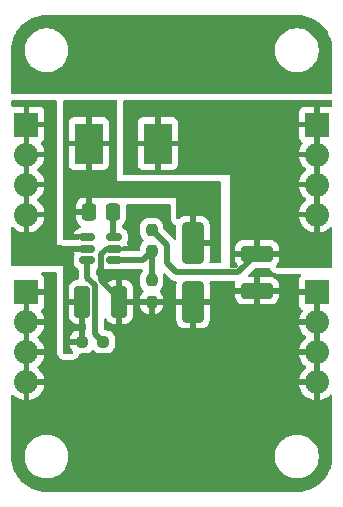
<source format=gbr>
%TF.GenerationSoftware,KiCad,Pcbnew,8.0.0*%
%TF.CreationDate,2024-03-22T10:14:47-04:00*%
%TF.ProjectId,lgs5145_dcdc,6c677335-3134-4355-9f64-6364632e6b69,rev?*%
%TF.SameCoordinates,PX74a2660PY490d2c0*%
%TF.FileFunction,Copper,L2,Bot*%
%TF.FilePolarity,Positive*%
%FSLAX46Y46*%
G04 Gerber Fmt 4.6, Leading zero omitted, Abs format (unit mm)*
G04 Created by KiCad (PCBNEW 8.0.0) date 2024-03-22 10:14:47*
%MOMM*%
%LPD*%
G01*
G04 APERTURE LIST*
G04 Aperture macros list*
%AMRoundRect*
0 Rectangle with rounded corners*
0 $1 Rounding radius*
0 $2 $3 $4 $5 $6 $7 $8 $9 X,Y pos of 4 corners*
0 Add a 4 corners polygon primitive as box body*
4,1,4,$2,$3,$4,$5,$6,$7,$8,$9,$2,$3,0*
0 Add four circle primitives for the rounded corners*
1,1,$1+$1,$2,$3*
1,1,$1+$1,$4,$5*
1,1,$1+$1,$6,$7*
1,1,$1+$1,$8,$9*
0 Add four rect primitives between the rounded corners*
20,1,$1+$1,$2,$3,$4,$5,0*
20,1,$1+$1,$4,$5,$6,$7,0*
20,1,$1+$1,$6,$7,$8,$9,0*
20,1,$1+$1,$8,$9,$2,$3,0*%
G04 Aperture macros list end*
%TA.AperFunction,SMDPad,CuDef*%
%ADD10RoundRect,0.250000X0.337500X0.475000X-0.337500X0.475000X-0.337500X-0.475000X0.337500X-0.475000X0*%
%TD*%
%TA.AperFunction,SMDPad,CuDef*%
%ADD11RoundRect,0.150000X0.512500X0.150000X-0.512500X0.150000X-0.512500X-0.150000X0.512500X-0.150000X0*%
%TD*%
%TA.AperFunction,SMDPad,CuDef*%
%ADD12RoundRect,0.237500X-0.237500X0.250000X-0.237500X-0.250000X0.237500X-0.250000X0.237500X0.250000X0*%
%TD*%
%TA.AperFunction,SMDPad,CuDef*%
%ADD13RoundRect,0.237500X-0.250000X-0.237500X0.250000X-0.237500X0.250000X0.237500X-0.250000X0.237500X0*%
%TD*%
%TA.AperFunction,SMDPad,CuDef*%
%ADD14R,2.413000X3.429000*%
%TD*%
%TA.AperFunction,ComponentPad*%
%ADD15R,2.040000X2.040000*%
%TD*%
%TA.AperFunction,ComponentPad*%
%ADD16O,2.040000X2.040000*%
%TD*%
%TA.AperFunction,SMDPad,CuDef*%
%ADD17RoundRect,0.250000X-0.650000X1.500000X-0.650000X-1.500000X0.650000X-1.500000X0.650000X1.500000X0*%
%TD*%
%TA.AperFunction,SMDPad,CuDef*%
%ADD18RoundRect,0.250000X-1.100000X0.412500X-1.100000X-0.412500X1.100000X-0.412500X1.100000X0.412500X0*%
%TD*%
%TA.AperFunction,SMDPad,CuDef*%
%ADD19RoundRect,0.250000X-0.412500X-1.100000X0.412500X-1.100000X0.412500X1.100000X-0.412500X1.100000X0*%
%TD*%
%TA.AperFunction,Conductor*%
%ADD20C,0.500000*%
%TD*%
G04 APERTURE END LIST*
D10*
%TO.P,C2,1*%
%TO.N,Net-(U1-BST)*%
X10137500Y-18200000D03*
%TO.P,C2,2*%
%TO.N,Net-(D1-K)*%
X8062500Y-18200000D03*
%TD*%
D11*
%TO.P,U1,1,BST*%
%TO.N,Net-(U1-BST)*%
X10237498Y-20350000D03*
%TO.P,U1,2,GND*%
%TO.N,GND*%
X10237498Y-21300000D03*
%TO.P,U1,3,FB*%
%TO.N,Net-(U1-FB)*%
X10237498Y-22250000D03*
%TO.P,U1,4,EN*%
%TO.N,Net-(U1-EN)*%
X7962498Y-22250000D03*
%TO.P,U1,5,Vin*%
%TO.N,VCC*%
X7962498Y-21300000D03*
%TO.P,U1,6,SW*%
%TO.N,Net-(D1-K)*%
X7962498Y-20350000D03*
%TD*%
D12*
%TO.P,R3,1*%
%TO.N,Net-(U1-FB)*%
X13400000Y-23987500D03*
%TO.P,R3,2*%
%TO.N,GND*%
X13400000Y-25812500D03*
%TD*%
%TO.P,R2,1*%
%TO.N,+5V*%
X13400000Y-19687500D03*
%TO.P,R2,2*%
%TO.N,Net-(U1-FB)*%
X13400000Y-21512500D03*
%TD*%
D13*
%TO.P,R1,2*%
%TO.N,Net-(U1-EN)*%
X9312498Y-29200000D03*
%TO.P,R1,1*%
%TO.N,VCC*%
X7487498Y-29200000D03*
%TD*%
D14*
%TO.P,L1,1,1*%
%TO.N,Net-(D1-K)*%
X8079000Y-12400000D03*
%TO.P,L1,2,2*%
%TO.N,+5V*%
X13921000Y-12400000D03*
%TD*%
D15*
%TO.P,J4,1,Pin_1*%
%TO.N,+5V*%
X27400000Y-10790000D03*
D16*
%TO.P,J4,2,Pin_2*%
X27400000Y-13330000D03*
%TO.P,J4,3,Pin_3*%
X27400000Y-15870000D03*
%TO.P,J4,4,Pin_4*%
X27400000Y-18410000D03*
%TD*%
D15*
%TO.P,J3,1,Pin_1*%
%TO.N,GND*%
X27400000Y-24990000D03*
D16*
%TO.P,J3,2,Pin_2*%
X27400000Y-27530000D03*
%TO.P,J3,3,Pin_3*%
X27400000Y-30070000D03*
%TO.P,J3,4,Pin_4*%
X27400000Y-32610000D03*
%TD*%
%TO.P,J2,4,Pin_4*%
%TO.N,GND*%
X2800000Y-32610000D03*
%TO.P,J2,3,Pin_3*%
X2800000Y-30070000D03*
%TO.P,J2,2,Pin_2*%
X2800000Y-27530000D03*
D15*
%TO.P,J2,1,Pin_1*%
X2800000Y-24990000D03*
%TD*%
%TO.P,J1,1,Pin_1*%
%TO.N,VCC*%
X2800000Y-10790000D03*
D16*
%TO.P,J1,2,Pin_2*%
X2800000Y-13330000D03*
%TO.P,J1,3,Pin_3*%
X2800000Y-15870000D03*
%TO.P,J1,4,Pin_4*%
X2800000Y-18410000D03*
%TD*%
D17*
%TO.P,D1,1,K*%
%TO.N,Net-(D1-K)*%
X16900000Y-20800000D03*
%TO.P,D1,2,A*%
%TO.N,GND*%
X16900000Y-25800000D03*
%TD*%
D18*
%TO.P,C3,1*%
%TO.N,+5V*%
X22300000Y-21737500D03*
%TO.P,C3,2*%
%TO.N,GND*%
X22300000Y-24862500D03*
%TD*%
D19*
%TO.P,C1,2*%
%TO.N,GND*%
X10662498Y-25800000D03*
%TO.P,C1,1*%
%TO.N,VCC*%
X7537498Y-25800000D03*
%TD*%
D20*
%TO.N,VCC*%
X7962498Y-21300000D02*
X5400000Y-21300000D01*
%TO.N,Net-(U1-BST)*%
X10137500Y-18200000D02*
X10137500Y-20250002D01*
X10137500Y-20250002D02*
X10237498Y-20350000D01*
%TO.N,GND*%
X10237498Y-21300000D02*
X9574999Y-21300000D01*
X9574999Y-21300000D02*
X9100000Y-21774999D01*
X9100000Y-21774999D02*
X9100000Y-23966619D01*
X9100000Y-23966619D02*
X10662498Y-25529117D01*
X10662498Y-25529117D02*
X10662498Y-25800000D01*
%TO.N,Net-(U1-EN)*%
X7962498Y-22250000D02*
X7962498Y-23762498D01*
X7962498Y-23762498D02*
X8609998Y-24409998D01*
X8609998Y-28497500D02*
X9312498Y-29200000D01*
X8609998Y-24409998D02*
X8609998Y-28497500D01*
%TO.N,Net-(U1-FB)*%
X13400000Y-21512500D02*
X13400000Y-23987500D01*
X10237498Y-22250000D02*
X12662500Y-22250000D01*
X12662500Y-22250000D02*
X13400000Y-21512500D01*
%TO.N,+5V*%
X13400000Y-19687500D02*
X14700000Y-20987500D01*
X14700000Y-20987500D02*
X14700000Y-22500000D01*
X14700000Y-22500000D02*
X15500000Y-23300000D01*
X15500000Y-23300000D02*
X20737500Y-23300000D01*
X20737500Y-23300000D02*
X22300000Y-21737500D01*
%TD*%
%TA.AperFunction,Conductor*%
%TO.N,VCC*%
G36*
X5337539Y-8725185D02*
G01*
X5383294Y-8777989D01*
X5394500Y-8829500D01*
X5394500Y-20425507D01*
X5399289Y-20470041D01*
X5400000Y-20483297D01*
X5400000Y-21000000D01*
X5755076Y-21000000D01*
X5806589Y-21011206D01*
X5814541Y-21014838D01*
X5881580Y-21034523D01*
X5881584Y-21034524D01*
X6024000Y-21055000D01*
X7076638Y-21055000D01*
X7139758Y-21072267D01*
X7189600Y-21101744D01*
X7231222Y-21113836D01*
X7347424Y-21147597D01*
X7347427Y-21147597D01*
X7347429Y-21147598D01*
X7384304Y-21150500D01*
X7384312Y-21150500D01*
X8088498Y-21150500D01*
X8155537Y-21170185D01*
X8200000Y-21221497D01*
X8200000Y-21368063D01*
X8192813Y-21392539D01*
X8140009Y-21438294D01*
X8088498Y-21449500D01*
X7384296Y-21449500D01*
X7347430Y-21452401D01*
X7347424Y-21452402D01*
X7189604Y-21498254D01*
X7189601Y-21498255D01*
X7131304Y-21532732D01*
X7068183Y-21550000D01*
X6802703Y-21550000D01*
X6802702Y-21550001D01*
X6802897Y-21552488D01*
X6802898Y-21552494D01*
X6848714Y-21710193D01*
X6848718Y-21710203D01*
X6849425Y-21711398D01*
X6849693Y-21712454D01*
X6851814Y-21717356D01*
X6851022Y-21717698D01*
X6866601Y-21779123D01*
X6850991Y-21832284D01*
X6851353Y-21832441D01*
X6850085Y-21835369D01*
X6849425Y-21837620D01*
X6848257Y-21839594D01*
X6848252Y-21839607D01*
X6802400Y-21997426D01*
X6802399Y-21997432D01*
X6799498Y-22034298D01*
X6799498Y-22465701D01*
X6802399Y-22502567D01*
X6802400Y-22502573D01*
X6848252Y-22660393D01*
X6848253Y-22660396D01*
X6931915Y-22801862D01*
X6931921Y-22801870D01*
X7048127Y-22918076D01*
X7048131Y-22918079D01*
X7048133Y-22918081D01*
X7048136Y-22918082D01*
X7048139Y-22918085D01*
X7151118Y-22978986D01*
X7198802Y-23030054D01*
X7211998Y-23085718D01*
X7211998Y-23826000D01*
X7192313Y-23893039D01*
X7139509Y-23938794D01*
X7088006Y-23950000D01*
X7075030Y-23950000D01*
X7075010Y-23950001D01*
X6972300Y-23960494D01*
X6805878Y-24015641D01*
X6805873Y-24015643D01*
X6656652Y-24107684D01*
X6532682Y-24231654D01*
X6440641Y-24380875D01*
X6440639Y-24380880D01*
X6385492Y-24547302D01*
X6385491Y-24547309D01*
X6374998Y-24650013D01*
X6374998Y-25550000D01*
X7663498Y-25550000D01*
X7730537Y-25569685D01*
X7776292Y-25622489D01*
X7787498Y-25674000D01*
X7787498Y-27649999D01*
X7823179Y-27685680D01*
X7856664Y-27747003D01*
X7859498Y-27773361D01*
X7859498Y-28101000D01*
X7839813Y-28168039D01*
X7787009Y-28213794D01*
X7738054Y-28224443D01*
X7737498Y-28225000D01*
X7737498Y-29326000D01*
X7717813Y-29393039D01*
X7665009Y-29438794D01*
X7613498Y-29450000D01*
X6499999Y-29450000D01*
X6499999Y-29486654D01*
X6510317Y-29587652D01*
X6564544Y-29751300D01*
X6564549Y-29751311D01*
X6655050Y-29898034D01*
X6655053Y-29898038D01*
X6745334Y-29988319D01*
X6778819Y-30049642D01*
X6773835Y-30119334D01*
X6731963Y-30175267D01*
X6666499Y-30199684D01*
X6657653Y-30200000D01*
X6024000Y-30200000D01*
X5956961Y-30180315D01*
X5911206Y-30127511D01*
X5900000Y-30076000D01*
X5900000Y-28950000D01*
X6499998Y-28950000D01*
X7237498Y-28950000D01*
X7237498Y-28225000D01*
X7237497Y-28224999D01*
X7188359Y-28225000D01*
X7188341Y-28225001D01*
X7087345Y-28235319D01*
X6923697Y-28289546D01*
X6923686Y-28289551D01*
X6776963Y-28380052D01*
X6776959Y-28380055D01*
X6655053Y-28501961D01*
X6655050Y-28501965D01*
X6564549Y-28648688D01*
X6564544Y-28648699D01*
X6510317Y-28812347D01*
X6499998Y-28913345D01*
X6499998Y-28950000D01*
X5900000Y-28950000D01*
X5900000Y-26050000D01*
X6374999Y-26050000D01*
X6374999Y-26949986D01*
X6385492Y-27052697D01*
X6440639Y-27219119D01*
X6440641Y-27219124D01*
X6532682Y-27368345D01*
X6656652Y-27492315D01*
X6805873Y-27584356D01*
X6805878Y-27584358D01*
X6972300Y-27639505D01*
X6972307Y-27639506D01*
X7075017Y-27649999D01*
X7287497Y-27649999D01*
X7287498Y-27649998D01*
X7287498Y-26050000D01*
X6374999Y-26050000D01*
X5900000Y-26050000D01*
X5900000Y-22800000D01*
X1624500Y-22800000D01*
X1557461Y-22780315D01*
X1511706Y-22727511D01*
X1500500Y-22676000D01*
X1500500Y-19565046D01*
X1520185Y-19498007D01*
X1572989Y-19452252D01*
X1642147Y-19442308D01*
X1705703Y-19471333D01*
X1718793Y-19484518D01*
X1721873Y-19488125D01*
X1903801Y-19643506D01*
X1903806Y-19643510D01*
X2107800Y-19768518D01*
X2328843Y-19860076D01*
X2549999Y-19913170D01*
X2550000Y-19913170D01*
X2550000Y-18843012D01*
X2607007Y-18875925D01*
X2734174Y-18910000D01*
X2865826Y-18910000D01*
X2992993Y-18875925D01*
X3050000Y-18843012D01*
X3050000Y-19913170D01*
X3271156Y-19860076D01*
X3492199Y-19768518D01*
X3696193Y-19643510D01*
X3696198Y-19643506D01*
X3878125Y-19488125D01*
X4033506Y-19306198D01*
X4033510Y-19306193D01*
X4158518Y-19102199D01*
X4250075Y-18881160D01*
X4303171Y-18660000D01*
X3233012Y-18660000D01*
X3265925Y-18602993D01*
X3300000Y-18475826D01*
X3300000Y-18344174D01*
X3265925Y-18217007D01*
X3233012Y-18160000D01*
X4303171Y-18160000D01*
X4303170Y-18159999D01*
X4250075Y-17938839D01*
X4158518Y-17717800D01*
X4033510Y-17513806D01*
X4033506Y-17513801D01*
X3878123Y-17331871D01*
X3763870Y-17234290D01*
X3725676Y-17175784D01*
X3725177Y-17105916D01*
X3762531Y-17046869D01*
X3763870Y-17045710D01*
X3878123Y-16948128D01*
X4033506Y-16766198D01*
X4033510Y-16766193D01*
X4158518Y-16562199D01*
X4250075Y-16341160D01*
X4303171Y-16120000D01*
X3233012Y-16120000D01*
X3265925Y-16062993D01*
X3300000Y-15935826D01*
X3300000Y-15804174D01*
X3265925Y-15677007D01*
X3233012Y-15620000D01*
X4303171Y-15620000D01*
X4303170Y-15619999D01*
X4250075Y-15398839D01*
X4158518Y-15177800D01*
X4033510Y-14973806D01*
X4033506Y-14973801D01*
X3878123Y-14791871D01*
X3763870Y-14694290D01*
X3725676Y-14635784D01*
X3725177Y-14565916D01*
X3762531Y-14506869D01*
X3763870Y-14505710D01*
X3878123Y-14408128D01*
X4033506Y-14226198D01*
X4033510Y-14226193D01*
X4158518Y-14022199D01*
X4250075Y-13801160D01*
X4303171Y-13580000D01*
X3233012Y-13580000D01*
X3265925Y-13522993D01*
X3300000Y-13395826D01*
X3300000Y-13264174D01*
X3265925Y-13137007D01*
X3233012Y-13080000D01*
X4303171Y-13080000D01*
X4303170Y-13079999D01*
X4250075Y-12858839D01*
X4158518Y-12637800D01*
X4033511Y-12433809D01*
X4030648Y-12429868D01*
X4032592Y-12428455D01*
X4007981Y-12373789D01*
X4018296Y-12304685D01*
X4056501Y-12257535D01*
X4177191Y-12167186D01*
X4263350Y-12052093D01*
X4263354Y-12052086D01*
X4313596Y-11917379D01*
X4313598Y-11917372D01*
X4319999Y-11857844D01*
X4320000Y-11857827D01*
X4320000Y-11040000D01*
X3233012Y-11040000D01*
X3265925Y-10982993D01*
X3300000Y-10855826D01*
X3300000Y-10724174D01*
X3265925Y-10597007D01*
X3233012Y-10540000D01*
X4320000Y-10540000D01*
X4320000Y-9722172D01*
X4319999Y-9722155D01*
X4313598Y-9662627D01*
X4313596Y-9662620D01*
X4263354Y-9527913D01*
X4263350Y-9527906D01*
X4177190Y-9412812D01*
X4177187Y-9412809D01*
X4062093Y-9326649D01*
X4062086Y-9326645D01*
X3927379Y-9276403D01*
X3927372Y-9276401D01*
X3867844Y-9270000D01*
X3050000Y-9270000D01*
X3050000Y-10356988D01*
X2992993Y-10324075D01*
X2865826Y-10290000D01*
X2734174Y-10290000D01*
X2607007Y-10324075D01*
X2550000Y-10356988D01*
X2550000Y-9270000D01*
X1732155Y-9270000D01*
X1672627Y-9276401D01*
X1672615Y-9276404D01*
X1667827Y-9278190D01*
X1598135Y-9283171D01*
X1536814Y-9249682D01*
X1503332Y-9188357D01*
X1500500Y-9162006D01*
X1500500Y-8829500D01*
X1520185Y-8762461D01*
X1572989Y-8716706D01*
X1624500Y-8705500D01*
X5270500Y-8705500D01*
X5337539Y-8725185D01*
G37*
%TD.AperFunction*%
%TA.AperFunction,Conductor*%
G36*
X3050000Y-17976988D02*
G01*
X2992993Y-17944075D01*
X2865826Y-17910000D01*
X2734174Y-17910000D01*
X2607007Y-17944075D01*
X2550000Y-17976988D01*
X2550000Y-16303012D01*
X2607007Y-16335925D01*
X2734174Y-16370000D01*
X2865826Y-16370000D01*
X2992993Y-16335925D01*
X3050000Y-16303012D01*
X3050000Y-17976988D01*
G37*
%TD.AperFunction*%
%TA.AperFunction,Conductor*%
G36*
X3050000Y-15436988D02*
G01*
X2992993Y-15404075D01*
X2865826Y-15370000D01*
X2734174Y-15370000D01*
X2607007Y-15404075D01*
X2550000Y-15436988D01*
X2550000Y-13763012D01*
X2607007Y-13795925D01*
X2734174Y-13830000D01*
X2865826Y-13830000D01*
X2992993Y-13795925D01*
X3050000Y-13763012D01*
X3050000Y-15436988D01*
G37*
%TD.AperFunction*%
%TA.AperFunction,Conductor*%
G36*
X3050000Y-12896988D02*
G01*
X2992993Y-12864075D01*
X2865826Y-12830000D01*
X2734174Y-12830000D01*
X2607007Y-12864075D01*
X2550000Y-12896988D01*
X2550000Y-11223012D01*
X2607007Y-11255925D01*
X2734174Y-11290000D01*
X2865826Y-11290000D01*
X2992993Y-11255925D01*
X3050000Y-11223012D01*
X3050000Y-12896988D01*
G37*
%TD.AperFunction*%
%TD*%
%TA.AperFunction,Conductor*%
%TO.N,Net-(D1-K)*%
G36*
X10443039Y-8719685D02*
G01*
X10488794Y-8772489D01*
X10500000Y-8824000D01*
X10500000Y-15600000D01*
X19176000Y-15600000D01*
X19243039Y-15619685D01*
X19288794Y-15672489D01*
X19300000Y-15724000D01*
X19300000Y-22425500D01*
X19280315Y-22492539D01*
X19227511Y-22538294D01*
X19176000Y-22549500D01*
X18416930Y-22549500D01*
X18349891Y-22529815D01*
X18304136Y-22477011D01*
X18293572Y-22412897D01*
X18299999Y-22349986D01*
X18300000Y-22349973D01*
X18300000Y-21050000D01*
X16774000Y-21050000D01*
X16706961Y-21030315D01*
X16661206Y-20977511D01*
X16650000Y-20926000D01*
X16650000Y-18550000D01*
X17150000Y-18550000D01*
X17150000Y-20550000D01*
X18299999Y-20550000D01*
X18299999Y-19250028D01*
X18299998Y-19250013D01*
X18289505Y-19147302D01*
X18234358Y-18980880D01*
X18234356Y-18980875D01*
X18142315Y-18831654D01*
X18018345Y-18707684D01*
X17869124Y-18615643D01*
X17869119Y-18615641D01*
X17702697Y-18560494D01*
X17702690Y-18560493D01*
X17599986Y-18550000D01*
X17150000Y-18550000D01*
X16650000Y-18550000D01*
X16200028Y-18550000D01*
X16200012Y-18550001D01*
X16097302Y-18560494D01*
X15930880Y-18615641D01*
X15930875Y-18615643D01*
X15781654Y-18707684D01*
X15711681Y-18777658D01*
X15650358Y-18811143D01*
X15580666Y-18806159D01*
X15524733Y-18764287D01*
X15500316Y-18698823D01*
X15500000Y-18689977D01*
X15500000Y-17000000D01*
X10693070Y-17000000D01*
X10654067Y-16993706D01*
X10627801Y-16985002D01*
X10627798Y-16985001D01*
X10627797Y-16985001D01*
X10627793Y-16985000D01*
X10627790Y-16985000D01*
X10525010Y-16974500D01*
X9749998Y-16974500D01*
X9749980Y-16974501D01*
X9647203Y-16985000D01*
X9626982Y-16991701D01*
X9620932Y-16993706D01*
X9581929Y-17000000D01*
X8616484Y-17000000D01*
X8577482Y-16993707D01*
X8552695Y-16985493D01*
X8449986Y-16975000D01*
X8312500Y-16975000D01*
X8312500Y-18326000D01*
X8292815Y-18393039D01*
X8240011Y-18438794D01*
X8188500Y-18450000D01*
X6975001Y-18450000D01*
X6975001Y-18724986D01*
X6985494Y-18827697D01*
X7040641Y-18994119D01*
X7040643Y-18994124D01*
X7132684Y-19143345D01*
X7256654Y-19267315D01*
X7362707Y-19332729D01*
X7409431Y-19384677D01*
X7420654Y-19453640D01*
X7392810Y-19517722D01*
X7334742Y-19556578D01*
X7332206Y-19557344D01*
X7189802Y-19598716D01*
X7189801Y-19598717D01*
X7048445Y-19682314D01*
X7048436Y-19682321D01*
X6932319Y-19798438D01*
X6932312Y-19798447D01*
X6848716Y-19939801D01*
X6802897Y-20097513D01*
X6802702Y-20099998D01*
X6802703Y-20100000D01*
X8088498Y-20100000D01*
X8155537Y-20119685D01*
X8201292Y-20172489D01*
X8212498Y-20224000D01*
X8212498Y-20375500D01*
X8192813Y-20442539D01*
X8140009Y-20488294D01*
X8088498Y-20499500D01*
X7384296Y-20499500D01*
X7347430Y-20502401D01*
X7347424Y-20502402D01*
X7202265Y-20544576D01*
X7167670Y-20549500D01*
X6024000Y-20549500D01*
X5956961Y-20529815D01*
X5911206Y-20477011D01*
X5900000Y-20425500D01*
X5900000Y-17950000D01*
X6975000Y-17950000D01*
X7812500Y-17950000D01*
X7812500Y-16975000D01*
X7675027Y-16975000D01*
X7675012Y-16975001D01*
X7572302Y-16985494D01*
X7405880Y-17040641D01*
X7405875Y-17040643D01*
X7256654Y-17132684D01*
X7132684Y-17256654D01*
X7040643Y-17405875D01*
X7040641Y-17405880D01*
X6985494Y-17572302D01*
X6985493Y-17572309D01*
X6975000Y-17675013D01*
X6975000Y-17950000D01*
X5900000Y-17950000D01*
X5900000Y-12650000D01*
X6372500Y-12650000D01*
X6372500Y-14162344D01*
X6378901Y-14221872D01*
X6378903Y-14221879D01*
X6429145Y-14356586D01*
X6429149Y-14356593D01*
X6515309Y-14471687D01*
X6515312Y-14471690D01*
X6630406Y-14557850D01*
X6630413Y-14557854D01*
X6765120Y-14608096D01*
X6765127Y-14608098D01*
X6824655Y-14614499D01*
X6824672Y-14614500D01*
X7829000Y-14614500D01*
X7829000Y-12650000D01*
X8329000Y-12650000D01*
X8329000Y-14614500D01*
X9333328Y-14614500D01*
X9333344Y-14614499D01*
X9392872Y-14608098D01*
X9392879Y-14608096D01*
X9527586Y-14557854D01*
X9527593Y-14557850D01*
X9642687Y-14471690D01*
X9642690Y-14471687D01*
X9728850Y-14356593D01*
X9728854Y-14356586D01*
X9779096Y-14221879D01*
X9779098Y-14221872D01*
X9785499Y-14162344D01*
X9785500Y-14162327D01*
X9785500Y-12650000D01*
X8329000Y-12650000D01*
X7829000Y-12650000D01*
X6372500Y-12650000D01*
X5900000Y-12650000D01*
X5900000Y-12150000D01*
X6372500Y-12150000D01*
X7829000Y-12150000D01*
X7829000Y-10185500D01*
X8329000Y-10185500D01*
X8329000Y-12150000D01*
X9785500Y-12150000D01*
X9785500Y-10637672D01*
X9785499Y-10637655D01*
X9779098Y-10578127D01*
X9779096Y-10578120D01*
X9728854Y-10443413D01*
X9728850Y-10443406D01*
X9642690Y-10328312D01*
X9642687Y-10328309D01*
X9527593Y-10242149D01*
X9527586Y-10242145D01*
X9392879Y-10191903D01*
X9392872Y-10191901D01*
X9333344Y-10185500D01*
X8329000Y-10185500D01*
X7829000Y-10185500D01*
X6824655Y-10185500D01*
X6765127Y-10191901D01*
X6765120Y-10191903D01*
X6630413Y-10242145D01*
X6630406Y-10242149D01*
X6515312Y-10328309D01*
X6515309Y-10328312D01*
X6429149Y-10443406D01*
X6429145Y-10443413D01*
X6378903Y-10578120D01*
X6378901Y-10578127D01*
X6372500Y-10637655D01*
X6372500Y-12150000D01*
X5900000Y-12150000D01*
X5900000Y-8824000D01*
X5919685Y-8756961D01*
X5972489Y-8711206D01*
X6024000Y-8700000D01*
X10376000Y-8700000D01*
X10443039Y-8719685D01*
G37*
%TD.AperFunction*%
%TD*%
%TA.AperFunction,Conductor*%
%TO.N,+5V*%
G36*
X28642539Y-8719685D02*
G01*
X28688294Y-8772489D01*
X28699500Y-8824000D01*
X28699500Y-9162006D01*
X28679815Y-9229045D01*
X28627011Y-9274800D01*
X28557853Y-9284744D01*
X28532173Y-9278190D01*
X28527384Y-9276404D01*
X28527372Y-9276401D01*
X28467844Y-9270000D01*
X27650000Y-9270000D01*
X27650000Y-10356988D01*
X27592993Y-10324075D01*
X27465826Y-10290000D01*
X27334174Y-10290000D01*
X27207007Y-10324075D01*
X27150000Y-10356988D01*
X27150000Y-9270000D01*
X26332155Y-9270000D01*
X26272627Y-9276401D01*
X26272620Y-9276403D01*
X26137913Y-9326645D01*
X26137906Y-9326649D01*
X26022812Y-9412809D01*
X26022809Y-9412812D01*
X25936649Y-9527906D01*
X25936645Y-9527913D01*
X25886403Y-9662620D01*
X25886401Y-9662627D01*
X25880000Y-9722155D01*
X25880000Y-10540000D01*
X26966988Y-10540000D01*
X26934075Y-10597007D01*
X26900000Y-10724174D01*
X26900000Y-10855826D01*
X26934075Y-10982993D01*
X26966988Y-11040000D01*
X25880000Y-11040000D01*
X25880000Y-11857844D01*
X25886401Y-11917372D01*
X25886403Y-11917379D01*
X25936645Y-12052086D01*
X25936649Y-12052093D01*
X26022809Y-12167186D01*
X26143497Y-12257534D01*
X26185368Y-12313468D01*
X26190352Y-12383160D01*
X26167849Y-12428765D01*
X26169357Y-12429860D01*
X26166489Y-12433806D01*
X26041481Y-12637800D01*
X25949924Y-12858839D01*
X25896829Y-13079999D01*
X25896829Y-13080000D01*
X26966988Y-13080000D01*
X26934075Y-13137007D01*
X26900000Y-13264174D01*
X26900000Y-13395826D01*
X26934075Y-13522993D01*
X26966988Y-13580000D01*
X25896829Y-13580000D01*
X25949924Y-13801160D01*
X26041481Y-14022199D01*
X26166489Y-14226193D01*
X26166493Y-14226198D01*
X26321874Y-14408125D01*
X26436130Y-14505710D01*
X26474323Y-14564217D01*
X26474821Y-14634085D01*
X26437467Y-14693131D01*
X26436130Y-14694290D01*
X26321874Y-14791874D01*
X26166493Y-14973801D01*
X26166489Y-14973806D01*
X26041481Y-15177800D01*
X25949924Y-15398839D01*
X25896829Y-15619999D01*
X25896829Y-15620000D01*
X26966988Y-15620000D01*
X26934075Y-15677007D01*
X26900000Y-15804174D01*
X26900000Y-15935826D01*
X26934075Y-16062993D01*
X26966988Y-16120000D01*
X25896829Y-16120000D01*
X25949924Y-16341160D01*
X26041481Y-16562199D01*
X26166489Y-16766193D01*
X26166493Y-16766198D01*
X26321874Y-16948125D01*
X26436130Y-17045710D01*
X26474323Y-17104217D01*
X26474821Y-17174085D01*
X26437467Y-17233131D01*
X26436130Y-17234290D01*
X26321874Y-17331874D01*
X26166493Y-17513801D01*
X26166489Y-17513806D01*
X26041481Y-17717800D01*
X25949924Y-17938839D01*
X25896829Y-18159999D01*
X25896829Y-18160000D01*
X26966988Y-18160000D01*
X26934075Y-18217007D01*
X26900000Y-18344174D01*
X26900000Y-18475826D01*
X26934075Y-18602993D01*
X26966988Y-18660000D01*
X25896829Y-18660000D01*
X25949924Y-18881160D01*
X26041481Y-19102199D01*
X26166489Y-19306193D01*
X26166493Y-19306198D01*
X26321874Y-19488125D01*
X26503801Y-19643506D01*
X26503806Y-19643510D01*
X26707800Y-19768518D01*
X26928843Y-19860076D01*
X27149999Y-19913170D01*
X27150000Y-19913170D01*
X27150000Y-18843012D01*
X27207007Y-18875925D01*
X27334174Y-18910000D01*
X27465826Y-18910000D01*
X27592993Y-18875925D01*
X27650000Y-18843012D01*
X27650000Y-19913170D01*
X27871156Y-19860076D01*
X28092199Y-19768518D01*
X28296193Y-19643510D01*
X28296198Y-19643506D01*
X28478126Y-19488125D01*
X28481207Y-19484518D01*
X28539712Y-19446323D01*
X28609580Y-19445821D01*
X28668628Y-19483173D01*
X28698108Y-19546519D01*
X28699500Y-19565046D01*
X28699500Y-22776000D01*
X28679815Y-22843039D01*
X28627011Y-22888794D01*
X28575500Y-22900000D01*
X24010023Y-22900000D01*
X23942984Y-22880315D01*
X23897229Y-22827511D01*
X23887285Y-22758353D01*
X23916310Y-22694797D01*
X23922342Y-22688319D01*
X23992315Y-22618345D01*
X24084356Y-22469124D01*
X24084358Y-22469119D01*
X24139505Y-22302697D01*
X24139506Y-22302690D01*
X24149999Y-22199986D01*
X24150000Y-22199973D01*
X24150000Y-21987500D01*
X20450001Y-21987500D01*
X20450001Y-22199986D01*
X20460494Y-22302697D01*
X20515641Y-22469119D01*
X20515643Y-22469124D01*
X20607684Y-22618345D01*
X20677658Y-22688319D01*
X20711143Y-22749642D01*
X20706159Y-22819334D01*
X20664287Y-22875267D01*
X20598823Y-22899684D01*
X20589977Y-22900000D01*
X20124000Y-22900000D01*
X20056961Y-22880315D01*
X20011206Y-22827511D01*
X20000000Y-22776000D01*
X20000000Y-21487500D01*
X20450000Y-21487500D01*
X22050000Y-21487500D01*
X22050000Y-20575000D01*
X22550000Y-20575000D01*
X22550000Y-21487500D01*
X24149999Y-21487500D01*
X24149999Y-21275028D01*
X24149998Y-21275013D01*
X24139505Y-21172302D01*
X24084358Y-21005880D01*
X24084356Y-21005875D01*
X23992315Y-20856654D01*
X23868345Y-20732684D01*
X23719124Y-20640643D01*
X23719119Y-20640641D01*
X23552697Y-20585494D01*
X23552690Y-20585493D01*
X23449986Y-20575000D01*
X22550000Y-20575000D01*
X22050000Y-20575000D01*
X21150028Y-20575000D01*
X21150012Y-20575001D01*
X21047302Y-20585494D01*
X20880880Y-20640641D01*
X20880875Y-20640643D01*
X20731654Y-20732684D01*
X20607684Y-20856654D01*
X20515643Y-21005875D01*
X20515641Y-21005880D01*
X20460494Y-21172302D01*
X20460493Y-21172309D01*
X20450000Y-21275013D01*
X20450000Y-21487500D01*
X20000000Y-21487500D01*
X20000000Y-15100000D01*
X11124000Y-15100000D01*
X11056961Y-15080315D01*
X11011206Y-15027511D01*
X11000000Y-14976000D01*
X11000000Y-12650000D01*
X12214500Y-12650000D01*
X12214500Y-14162344D01*
X12220901Y-14221872D01*
X12220903Y-14221879D01*
X12271145Y-14356586D01*
X12271149Y-14356593D01*
X12357309Y-14471687D01*
X12357312Y-14471690D01*
X12472406Y-14557850D01*
X12472413Y-14557854D01*
X12607120Y-14608096D01*
X12607127Y-14608098D01*
X12666655Y-14614499D01*
X12666672Y-14614500D01*
X13671000Y-14614500D01*
X13671000Y-12650000D01*
X14171000Y-12650000D01*
X14171000Y-14614500D01*
X15175328Y-14614500D01*
X15175344Y-14614499D01*
X15234872Y-14608098D01*
X15234879Y-14608096D01*
X15369586Y-14557854D01*
X15369593Y-14557850D01*
X15484687Y-14471690D01*
X15484690Y-14471687D01*
X15570850Y-14356593D01*
X15570854Y-14356586D01*
X15621096Y-14221879D01*
X15621098Y-14221872D01*
X15627499Y-14162344D01*
X15627500Y-14162327D01*
X15627500Y-12650000D01*
X14171000Y-12650000D01*
X13671000Y-12650000D01*
X12214500Y-12650000D01*
X11000000Y-12650000D01*
X11000000Y-12150000D01*
X12214500Y-12150000D01*
X13671000Y-12150000D01*
X13671000Y-10185500D01*
X14171000Y-10185500D01*
X14171000Y-12150000D01*
X15627500Y-12150000D01*
X15627500Y-10637672D01*
X15627499Y-10637655D01*
X15621098Y-10578127D01*
X15621096Y-10578120D01*
X15570854Y-10443413D01*
X15570850Y-10443406D01*
X15484690Y-10328312D01*
X15484687Y-10328309D01*
X15369593Y-10242149D01*
X15369586Y-10242145D01*
X15234879Y-10191903D01*
X15234872Y-10191901D01*
X15175344Y-10185500D01*
X14171000Y-10185500D01*
X13671000Y-10185500D01*
X12666655Y-10185500D01*
X12607127Y-10191901D01*
X12607120Y-10191903D01*
X12472413Y-10242145D01*
X12472406Y-10242149D01*
X12357312Y-10328309D01*
X12357309Y-10328312D01*
X12271149Y-10443406D01*
X12271145Y-10443413D01*
X12220903Y-10578120D01*
X12220901Y-10578127D01*
X12214500Y-10637655D01*
X12214500Y-12150000D01*
X11000000Y-12150000D01*
X11000000Y-8824000D01*
X11019685Y-8756961D01*
X11072489Y-8711206D01*
X11124000Y-8700000D01*
X28575500Y-8700000D01*
X28642539Y-8719685D01*
G37*
%TD.AperFunction*%
%TA.AperFunction,Conductor*%
G36*
X27650000Y-17976988D02*
G01*
X27592993Y-17944075D01*
X27465826Y-17910000D01*
X27334174Y-17910000D01*
X27207007Y-17944075D01*
X27150000Y-17976988D01*
X27150000Y-16303012D01*
X27207007Y-16335925D01*
X27334174Y-16370000D01*
X27465826Y-16370000D01*
X27592993Y-16335925D01*
X27650000Y-16303012D01*
X27650000Y-17976988D01*
G37*
%TD.AperFunction*%
%TA.AperFunction,Conductor*%
G36*
X27650000Y-15436988D02*
G01*
X27592993Y-15404075D01*
X27465826Y-15370000D01*
X27334174Y-15370000D01*
X27207007Y-15404075D01*
X27150000Y-15436988D01*
X27150000Y-13763012D01*
X27207007Y-13795925D01*
X27334174Y-13830000D01*
X27465826Y-13830000D01*
X27592993Y-13795925D01*
X27650000Y-13763012D01*
X27650000Y-15436988D01*
G37*
%TD.AperFunction*%
%TA.AperFunction,Conductor*%
G36*
X27650000Y-12896988D02*
G01*
X27592993Y-12864075D01*
X27465826Y-12830000D01*
X27334174Y-12830000D01*
X27207007Y-12864075D01*
X27150000Y-12896988D01*
X27150000Y-11223012D01*
X27207007Y-11255925D01*
X27334174Y-11290000D01*
X27465826Y-11290000D01*
X27592993Y-11255925D01*
X27650000Y-11223012D01*
X27650000Y-12896988D01*
G37*
%TD.AperFunction*%
%TD*%
%TA.AperFunction,Conductor*%
%TO.N,GND*%
G36*
X9177665Y-22768006D02*
G01*
X9201853Y-22795921D01*
X9202137Y-22795702D01*
X9206177Y-22800911D01*
X9206730Y-22801548D01*
X9206917Y-22801865D01*
X9206919Y-22801867D01*
X9206921Y-22801870D01*
X9323127Y-22918076D01*
X9323131Y-22918079D01*
X9323133Y-22918081D01*
X9464600Y-23001744D01*
X9477267Y-23005424D01*
X9622424Y-23047597D01*
X9622427Y-23047597D01*
X9622429Y-23047598D01*
X9659304Y-23050500D01*
X9659312Y-23050500D01*
X10815684Y-23050500D01*
X10815692Y-23050500D01*
X10852567Y-23047598D01*
X10852569Y-23047597D01*
X10852571Y-23047597D01*
X10997731Y-23005424D01*
X11032326Y-23000500D01*
X12525500Y-23000500D01*
X12592539Y-23020185D01*
X12638294Y-23072989D01*
X12649500Y-23124500D01*
X12649500Y-23155448D01*
X12629815Y-23222487D01*
X12613181Y-23243129D01*
X12579661Y-23276648D01*
X12489093Y-23423481D01*
X12489091Y-23423486D01*
X12472155Y-23474596D01*
X12434826Y-23587247D01*
X12434826Y-23587248D01*
X12434825Y-23587248D01*
X12424500Y-23688315D01*
X12424500Y-24286669D01*
X12424501Y-24286687D01*
X12434825Y-24387752D01*
X12468707Y-24490000D01*
X12489092Y-24551516D01*
X12549845Y-24650013D01*
X12579661Y-24698351D01*
X12693982Y-24812672D01*
X12727467Y-24873995D01*
X12722483Y-24943687D01*
X12693983Y-24988034D01*
X12580052Y-25101965D01*
X12489551Y-25248688D01*
X12489546Y-25248699D01*
X12435319Y-25412347D01*
X12425000Y-25513345D01*
X12425000Y-25562500D01*
X14374999Y-25562500D01*
X14374999Y-25513360D01*
X14374998Y-25513345D01*
X14364680Y-25412347D01*
X14310453Y-25248699D01*
X14310448Y-25248688D01*
X14219947Y-25101965D01*
X14219944Y-25101961D01*
X14106017Y-24988034D01*
X14072532Y-24926711D01*
X14077516Y-24857019D01*
X14106013Y-24812676D01*
X14220340Y-24698350D01*
X14310908Y-24551516D01*
X14365174Y-24387753D01*
X14375500Y-24286677D01*
X14375499Y-23688324D01*
X14367785Y-23612812D01*
X14365174Y-23587247D01*
X14365172Y-23587242D01*
X14350984Y-23544425D01*
X14348581Y-23474596D01*
X14384312Y-23414554D01*
X14446832Y-23383361D01*
X14516291Y-23390920D01*
X14556370Y-23417738D01*
X15021586Y-23882954D01*
X15050696Y-23902404D01*
X15094364Y-23931580D01*
X15094366Y-23931583D01*
X15094367Y-23931583D01*
X15144496Y-23965079D01*
X15144511Y-23965087D01*
X15266565Y-24015643D01*
X15281087Y-24021658D01*
X15407874Y-24046878D01*
X15469785Y-24079263D01*
X15504359Y-24139978D01*
X15507041Y-24181097D01*
X15500000Y-24250011D01*
X15500000Y-25550000D01*
X18299999Y-25550000D01*
X18299999Y-25112500D01*
X20450001Y-25112500D01*
X20450001Y-25324986D01*
X20460494Y-25427697D01*
X20515641Y-25594119D01*
X20515643Y-25594124D01*
X20607684Y-25743345D01*
X20731654Y-25867315D01*
X20880875Y-25959356D01*
X20880880Y-25959358D01*
X21047302Y-26014505D01*
X21047309Y-26014506D01*
X21150019Y-26024999D01*
X22049999Y-26024999D01*
X22050000Y-26024998D01*
X22050000Y-25112500D01*
X22550000Y-25112500D01*
X22550000Y-26024999D01*
X23449972Y-26024999D01*
X23449986Y-26024998D01*
X23552697Y-26014505D01*
X23719119Y-25959358D01*
X23719124Y-25959356D01*
X23868345Y-25867315D01*
X23992315Y-25743345D01*
X24084356Y-25594124D01*
X24084358Y-25594119D01*
X24139505Y-25427697D01*
X24139506Y-25427690D01*
X24149999Y-25324986D01*
X24150000Y-25324973D01*
X24150000Y-25112500D01*
X22550000Y-25112500D01*
X22050000Y-25112500D01*
X20450001Y-25112500D01*
X18299999Y-25112500D01*
X18299999Y-24250028D01*
X18299998Y-24250010D01*
X18293572Y-24187101D01*
X18306342Y-24118408D01*
X18354223Y-24067524D01*
X18416930Y-24050500D01*
X20370557Y-24050500D01*
X20437596Y-24070185D01*
X20483351Y-24122989D01*
X20493295Y-24192147D01*
X20488263Y-24213504D01*
X20460494Y-24297302D01*
X20460493Y-24297309D01*
X20450000Y-24400013D01*
X20450000Y-24612500D01*
X22050000Y-24612500D01*
X22050000Y-23700000D01*
X22550000Y-23700000D01*
X22550000Y-24612500D01*
X24149999Y-24612500D01*
X24149999Y-24400028D01*
X24149998Y-24400013D01*
X24139505Y-24297302D01*
X24084358Y-24130880D01*
X24084356Y-24130875D01*
X23992315Y-23981654D01*
X23868345Y-23857684D01*
X23719124Y-23765643D01*
X23719119Y-23765641D01*
X23552697Y-23710494D01*
X23552690Y-23710493D01*
X23449986Y-23700000D01*
X22550000Y-23700000D01*
X22050000Y-23700000D01*
X21698228Y-23700000D01*
X21631189Y-23680315D01*
X21585434Y-23627511D01*
X21575490Y-23558353D01*
X21604515Y-23494797D01*
X21610525Y-23488342D01*
X22162049Y-22936817D01*
X22223372Y-22903333D01*
X22249730Y-22900499D01*
X23304356Y-22900499D01*
X23371395Y-22920184D01*
X23417150Y-22972988D01*
X23423333Y-22989563D01*
X23437410Y-23037504D01*
X23445762Y-23050500D01*
X23515194Y-23158537D01*
X23515202Y-23158548D01*
X23560946Y-23211340D01*
X23560949Y-23211343D01*
X23560953Y-23211347D01*
X23669687Y-23305567D01*
X23669690Y-23305568D01*
X23669691Y-23305569D01*
X23749063Y-23341818D01*
X23800564Y-23365338D01*
X23867603Y-23385023D01*
X23867607Y-23385024D01*
X24010023Y-23405500D01*
X24010026Y-23405500D01*
X25930760Y-23405500D01*
X25997799Y-23425185D01*
X26043554Y-23477989D01*
X26053498Y-23547147D01*
X26027102Y-23604946D01*
X26028125Y-23605712D01*
X26024604Y-23610414D01*
X26024473Y-23610703D01*
X26024043Y-23611164D01*
X25936649Y-23727906D01*
X25936645Y-23727913D01*
X25886403Y-23862620D01*
X25886401Y-23862627D01*
X25880000Y-23922155D01*
X25880000Y-24740000D01*
X26966988Y-24740000D01*
X26934075Y-24797007D01*
X26900000Y-24924174D01*
X26900000Y-25055826D01*
X26934075Y-25182993D01*
X26966988Y-25240000D01*
X25880000Y-25240000D01*
X25880000Y-26057844D01*
X25886401Y-26117372D01*
X25886403Y-26117379D01*
X25936645Y-26252086D01*
X25936649Y-26252093D01*
X26022809Y-26367186D01*
X26143497Y-26457534D01*
X26185368Y-26513468D01*
X26190352Y-26583160D01*
X26167849Y-26628765D01*
X26169357Y-26629860D01*
X26166489Y-26633806D01*
X26041481Y-26837800D01*
X25949924Y-27058839D01*
X25896829Y-27279999D01*
X25896829Y-27280000D01*
X26966988Y-27280000D01*
X26934075Y-27337007D01*
X26900000Y-27464174D01*
X26900000Y-27595826D01*
X26934075Y-27722993D01*
X26966988Y-27780000D01*
X25896829Y-27780000D01*
X25949924Y-28001160D01*
X26041481Y-28222199D01*
X26166489Y-28426193D01*
X26166493Y-28426198D01*
X26321874Y-28608125D01*
X26436130Y-28705710D01*
X26474323Y-28764217D01*
X26474821Y-28834085D01*
X26437467Y-28893131D01*
X26436130Y-28894290D01*
X26321874Y-28991874D01*
X26166493Y-29173801D01*
X26166489Y-29173806D01*
X26041481Y-29377800D01*
X25949924Y-29598839D01*
X25896829Y-29819999D01*
X25896829Y-29820000D01*
X26966988Y-29820000D01*
X26934075Y-29877007D01*
X26900000Y-30004174D01*
X26900000Y-30135826D01*
X26934075Y-30262993D01*
X26966988Y-30320000D01*
X25896829Y-30320000D01*
X25949924Y-30541160D01*
X26041481Y-30762199D01*
X26166489Y-30966193D01*
X26166493Y-30966198D01*
X26321874Y-31148125D01*
X26436130Y-31245710D01*
X26474323Y-31304217D01*
X26474821Y-31374085D01*
X26437467Y-31433131D01*
X26436130Y-31434290D01*
X26321874Y-31531874D01*
X26166493Y-31713801D01*
X26166489Y-31713806D01*
X26041481Y-31917800D01*
X25949924Y-32138839D01*
X25896829Y-32359999D01*
X25896829Y-32360000D01*
X26966988Y-32360000D01*
X26934075Y-32417007D01*
X26900000Y-32544174D01*
X26900000Y-32675826D01*
X26934075Y-32802993D01*
X26966988Y-32860000D01*
X25896829Y-32860000D01*
X25949924Y-33081160D01*
X26041481Y-33302199D01*
X26166489Y-33506193D01*
X26166493Y-33506198D01*
X26321874Y-33688125D01*
X26503801Y-33843506D01*
X26503806Y-33843510D01*
X26707800Y-33968518D01*
X26928843Y-34060076D01*
X27149999Y-34113170D01*
X27150000Y-34113170D01*
X27150000Y-33043012D01*
X27207007Y-33075925D01*
X27334174Y-33110000D01*
X27465826Y-33110000D01*
X27592993Y-33075925D01*
X27650000Y-33043012D01*
X27650000Y-34113170D01*
X27871156Y-34060076D01*
X28092199Y-33968518D01*
X28296193Y-33843510D01*
X28296198Y-33843506D01*
X28478126Y-33688125D01*
X28481207Y-33684518D01*
X28539712Y-33646323D01*
X28609580Y-33645821D01*
X28668628Y-33683173D01*
X28698108Y-33746519D01*
X28699500Y-33765046D01*
X28699500Y-38896753D01*
X28699330Y-38903243D01*
X28683407Y-39207046D01*
X28682050Y-39219953D01*
X28634971Y-39517205D01*
X28632273Y-39529902D01*
X28554374Y-39820623D01*
X28550363Y-39832966D01*
X28442510Y-40113935D01*
X28437231Y-40125793D01*
X28300591Y-40393963D01*
X28294101Y-40405203D01*
X28130187Y-40657608D01*
X28122558Y-40668109D01*
X27933149Y-40902010D01*
X27924464Y-40911655D01*
X27711655Y-41124464D01*
X27702010Y-41133149D01*
X27468109Y-41322558D01*
X27457608Y-41330187D01*
X27205203Y-41494101D01*
X27193963Y-41500591D01*
X26925793Y-41637231D01*
X26913935Y-41642510D01*
X26632966Y-41750363D01*
X26620623Y-41754374D01*
X26329902Y-41832273D01*
X26317205Y-41834971D01*
X26019953Y-41882050D01*
X26007046Y-41883407D01*
X25703244Y-41899330D01*
X25696754Y-41899500D01*
X4503246Y-41899500D01*
X4496756Y-41899330D01*
X4192953Y-41883407D01*
X4180046Y-41882050D01*
X3882794Y-41834971D01*
X3870097Y-41832273D01*
X3579376Y-41754374D01*
X3567033Y-41750363D01*
X3286064Y-41642510D01*
X3274206Y-41637231D01*
X3006036Y-41500591D01*
X2994796Y-41494101D01*
X2742391Y-41330187D01*
X2731890Y-41322558D01*
X2497989Y-41133149D01*
X2488344Y-41124464D01*
X2275535Y-40911655D01*
X2266850Y-40902010D01*
X2077441Y-40668109D01*
X2069812Y-40657608D01*
X2008517Y-40563222D01*
X1905896Y-40405199D01*
X1899408Y-40393963D01*
X1762768Y-40125793D01*
X1757489Y-40113935D01*
X1686994Y-39930289D01*
X1649635Y-39832965D01*
X1645625Y-39820623D01*
X1644626Y-39816895D01*
X1567724Y-39529896D01*
X1565028Y-39517205D01*
X1561685Y-39496100D01*
X1517949Y-39219953D01*
X1516592Y-39207046D01*
X1506857Y-39021288D01*
X2649500Y-39021288D01*
X2681161Y-39261785D01*
X2743947Y-39496104D01*
X2757947Y-39529902D01*
X2836776Y-39720212D01*
X2958064Y-39930289D01*
X2958066Y-39930292D01*
X2958067Y-39930293D01*
X3105733Y-40122736D01*
X3105739Y-40122743D01*
X3277256Y-40294260D01*
X3277262Y-40294265D01*
X3469711Y-40441936D01*
X3679788Y-40563224D01*
X3903900Y-40656054D01*
X4138211Y-40718838D01*
X4318586Y-40742584D01*
X4378711Y-40750500D01*
X4378712Y-40750500D01*
X4621289Y-40750500D01*
X4669388Y-40744167D01*
X4861789Y-40718838D01*
X5096100Y-40656054D01*
X5320212Y-40563224D01*
X5530289Y-40441936D01*
X5722738Y-40294265D01*
X5894265Y-40122738D01*
X6041936Y-39930289D01*
X6163224Y-39720212D01*
X6256054Y-39496100D01*
X6318838Y-39261789D01*
X6350500Y-39021288D01*
X23849500Y-39021288D01*
X23881161Y-39261785D01*
X23943947Y-39496104D01*
X23957947Y-39529902D01*
X24036776Y-39720212D01*
X24158064Y-39930289D01*
X24158066Y-39930292D01*
X24158067Y-39930293D01*
X24305733Y-40122736D01*
X24305739Y-40122743D01*
X24477256Y-40294260D01*
X24477262Y-40294265D01*
X24669711Y-40441936D01*
X24879788Y-40563224D01*
X25103900Y-40656054D01*
X25338211Y-40718838D01*
X25518586Y-40742584D01*
X25578711Y-40750500D01*
X25578712Y-40750500D01*
X25821289Y-40750500D01*
X25869388Y-40744167D01*
X26061789Y-40718838D01*
X26296100Y-40656054D01*
X26520212Y-40563224D01*
X26730289Y-40441936D01*
X26922738Y-40294265D01*
X27094265Y-40122738D01*
X27241936Y-39930289D01*
X27363224Y-39720212D01*
X27456054Y-39496100D01*
X27518838Y-39261789D01*
X27550500Y-39021288D01*
X27550500Y-38778712D01*
X27518838Y-38538211D01*
X27456054Y-38303900D01*
X27363224Y-38079788D01*
X27241936Y-37869711D01*
X27094265Y-37677262D01*
X27094260Y-37677256D01*
X26922743Y-37505739D01*
X26922736Y-37505733D01*
X26730293Y-37358067D01*
X26730292Y-37358066D01*
X26730289Y-37358064D01*
X26520212Y-37236776D01*
X26520205Y-37236773D01*
X26296104Y-37143947D01*
X26061785Y-37081161D01*
X25821289Y-37049500D01*
X25821288Y-37049500D01*
X25578712Y-37049500D01*
X25578711Y-37049500D01*
X25338214Y-37081161D01*
X25103895Y-37143947D01*
X24879794Y-37236773D01*
X24879785Y-37236777D01*
X24669706Y-37358067D01*
X24477263Y-37505733D01*
X24477256Y-37505739D01*
X24305739Y-37677256D01*
X24305733Y-37677263D01*
X24158067Y-37869706D01*
X24036777Y-38079785D01*
X24036773Y-38079794D01*
X23943947Y-38303895D01*
X23881161Y-38538214D01*
X23849500Y-38778711D01*
X23849500Y-39021288D01*
X6350500Y-39021288D01*
X6350500Y-38778712D01*
X6318838Y-38538211D01*
X6256054Y-38303900D01*
X6163224Y-38079788D01*
X6041936Y-37869711D01*
X5894265Y-37677262D01*
X5894260Y-37677256D01*
X5722743Y-37505739D01*
X5722736Y-37505733D01*
X5530293Y-37358067D01*
X5530292Y-37358066D01*
X5530289Y-37358064D01*
X5320212Y-37236776D01*
X5320205Y-37236773D01*
X5096104Y-37143947D01*
X4861785Y-37081161D01*
X4621289Y-37049500D01*
X4621288Y-37049500D01*
X4378712Y-37049500D01*
X4378711Y-37049500D01*
X4138214Y-37081161D01*
X3903895Y-37143947D01*
X3679794Y-37236773D01*
X3679785Y-37236777D01*
X3469706Y-37358067D01*
X3277263Y-37505733D01*
X3277256Y-37505739D01*
X3105739Y-37677256D01*
X3105733Y-37677263D01*
X2958067Y-37869706D01*
X2836777Y-38079785D01*
X2836773Y-38079794D01*
X2743947Y-38303895D01*
X2681161Y-38538214D01*
X2649500Y-38778711D01*
X2649500Y-39021288D01*
X1506857Y-39021288D01*
X1500670Y-38903243D01*
X1500500Y-38896753D01*
X1500500Y-33765046D01*
X1520185Y-33698007D01*
X1572989Y-33652252D01*
X1642147Y-33642308D01*
X1705703Y-33671333D01*
X1718793Y-33684518D01*
X1721873Y-33688125D01*
X1903801Y-33843506D01*
X1903806Y-33843510D01*
X2107800Y-33968518D01*
X2328843Y-34060076D01*
X2549999Y-34113170D01*
X2550000Y-34113170D01*
X2550000Y-33043012D01*
X2607007Y-33075925D01*
X2734174Y-33110000D01*
X2865826Y-33110000D01*
X2992993Y-33075925D01*
X3050000Y-33043012D01*
X3050000Y-34113170D01*
X3271156Y-34060076D01*
X3492199Y-33968518D01*
X3696193Y-33843510D01*
X3696198Y-33843506D01*
X3878125Y-33688125D01*
X4033506Y-33506198D01*
X4033510Y-33506193D01*
X4158518Y-33302199D01*
X4250075Y-33081160D01*
X4303171Y-32860000D01*
X3233012Y-32860000D01*
X3265925Y-32802993D01*
X3300000Y-32675826D01*
X3300000Y-32544174D01*
X3265925Y-32417007D01*
X3233012Y-32360000D01*
X4303171Y-32360000D01*
X4303170Y-32359999D01*
X4250075Y-32138839D01*
X4158518Y-31917800D01*
X4033510Y-31713806D01*
X4033506Y-31713801D01*
X3878123Y-31531871D01*
X3763870Y-31434290D01*
X3725676Y-31375784D01*
X3725177Y-31305916D01*
X3762531Y-31246869D01*
X3763870Y-31245710D01*
X3878123Y-31148128D01*
X4033506Y-30966198D01*
X4033510Y-30966193D01*
X4158518Y-30762199D01*
X4250075Y-30541160D01*
X4303171Y-30320000D01*
X3233012Y-30320000D01*
X3265925Y-30262993D01*
X3300000Y-30135826D01*
X3300000Y-30004174D01*
X3265925Y-29877007D01*
X3233012Y-29820000D01*
X4303171Y-29820000D01*
X4303170Y-29819999D01*
X4250075Y-29598839D01*
X4158518Y-29377800D01*
X4033510Y-29173806D01*
X4033506Y-29173801D01*
X3878123Y-28991871D01*
X3763870Y-28894290D01*
X3725676Y-28835784D01*
X3725177Y-28765916D01*
X3762531Y-28706869D01*
X3763870Y-28705710D01*
X3878123Y-28608128D01*
X4033506Y-28426198D01*
X4033510Y-28426193D01*
X4158518Y-28222199D01*
X4250075Y-28001160D01*
X4303171Y-27780000D01*
X3233012Y-27780000D01*
X3265925Y-27722993D01*
X3300000Y-27595826D01*
X3300000Y-27464174D01*
X3265925Y-27337007D01*
X3233012Y-27280000D01*
X4303171Y-27280000D01*
X4303170Y-27279999D01*
X4250075Y-27058839D01*
X4158518Y-26837800D01*
X4033511Y-26633809D01*
X4030648Y-26629868D01*
X4032592Y-26628455D01*
X4007981Y-26573789D01*
X4018296Y-26504685D01*
X4056501Y-26457535D01*
X4177191Y-26367186D01*
X4263350Y-26252093D01*
X4263354Y-26252086D01*
X4313596Y-26117379D01*
X4313598Y-26117372D01*
X4319999Y-26057844D01*
X4320000Y-26057827D01*
X4320000Y-25240000D01*
X3233012Y-25240000D01*
X3265925Y-25182993D01*
X3300000Y-25055826D01*
X3300000Y-24924174D01*
X3265925Y-24797007D01*
X3233012Y-24740000D01*
X4320000Y-24740000D01*
X4320000Y-23922172D01*
X4319999Y-23922155D01*
X4313598Y-23862627D01*
X4313596Y-23862620D01*
X4263354Y-23727913D01*
X4263350Y-23727906D01*
X4177190Y-23612812D01*
X4177187Y-23612809D01*
X4064921Y-23528766D01*
X4023050Y-23472832D01*
X4018066Y-23403141D01*
X4051552Y-23341818D01*
X4112875Y-23308334D01*
X4139232Y-23305500D01*
X5270500Y-23305500D01*
X5337539Y-23325185D01*
X5383294Y-23377989D01*
X5394500Y-23429500D01*
X5394500Y-30076000D01*
X5394501Y-30076009D01*
X5406052Y-30183450D01*
X5406054Y-30183462D01*
X5417260Y-30234972D01*
X5451383Y-30337497D01*
X5451386Y-30337503D01*
X5529171Y-30458537D01*
X5529179Y-30458548D01*
X5574923Y-30511340D01*
X5574926Y-30511343D01*
X5574930Y-30511347D01*
X5683664Y-30605567D01*
X5683667Y-30605568D01*
X5683668Y-30605569D01*
X5778536Y-30648895D01*
X5814541Y-30665338D01*
X5881580Y-30685023D01*
X5881584Y-30685024D01*
X6024000Y-30705500D01*
X6024003Y-30705500D01*
X6657672Y-30705500D01*
X6675654Y-30705179D01*
X6675664Y-30705178D01*
X6675699Y-30705178D01*
X6684545Y-30704862D01*
X6702562Y-30703896D01*
X6843154Y-30673312D01*
X6908618Y-30648895D01*
X7034893Y-30579944D01*
X7136633Y-30478207D01*
X7178505Y-30422274D01*
X7178511Y-30422266D01*
X7247464Y-30295985D01*
X7252433Y-30273139D01*
X7285917Y-30211819D01*
X7347240Y-30178333D01*
X7373599Y-30175499D01*
X7786668Y-30175499D01*
X7786674Y-30175499D01*
X7887751Y-30165174D01*
X8051514Y-30110908D01*
X8198348Y-30020340D01*
X8312317Y-29906371D01*
X8373640Y-29872886D01*
X8443332Y-29877870D01*
X8487679Y-29906371D01*
X8601648Y-30020340D01*
X8748482Y-30110908D01*
X8912245Y-30165174D01*
X9013321Y-30175500D01*
X9611674Y-30175499D01*
X9611682Y-30175498D01*
X9611685Y-30175498D01*
X9667028Y-30169844D01*
X9712751Y-30165174D01*
X9876514Y-30110908D01*
X10023348Y-30020340D01*
X10145338Y-29898350D01*
X10235906Y-29751516D01*
X10290172Y-29587753D01*
X10300498Y-29486677D01*
X10300497Y-28913324D01*
X10290172Y-28812247D01*
X10235906Y-28648484D01*
X10145338Y-28501650D01*
X10023348Y-28379660D01*
X9876514Y-28289092D01*
X9712751Y-28234826D01*
X9712749Y-28234825D01*
X9611682Y-28224500D01*
X9611675Y-28224500D01*
X9484498Y-28224500D01*
X9417459Y-28204815D01*
X9371704Y-28152011D01*
X9360498Y-28100500D01*
X9360498Y-27323771D01*
X9380183Y-27256732D01*
X9432987Y-27210977D01*
X9502145Y-27201033D01*
X9565701Y-27230058D01*
X9590037Y-27258675D01*
X9657680Y-27368343D01*
X9781652Y-27492315D01*
X9930873Y-27584356D01*
X9930878Y-27584358D01*
X10097300Y-27639505D01*
X10097307Y-27639506D01*
X10200017Y-27649999D01*
X10412497Y-27649999D01*
X10412498Y-27649998D01*
X10412498Y-26050000D01*
X10912498Y-26050000D01*
X10912498Y-27649999D01*
X11124970Y-27649999D01*
X11124984Y-27649998D01*
X11227695Y-27639505D01*
X11394117Y-27584358D01*
X11394122Y-27584356D01*
X11543343Y-27492315D01*
X11667313Y-27368345D01*
X11759354Y-27219124D01*
X11759356Y-27219119D01*
X11814503Y-27052697D01*
X11814504Y-27052690D01*
X11824997Y-26949986D01*
X11824998Y-26949973D01*
X11824998Y-26062500D01*
X12425001Y-26062500D01*
X12425001Y-26111654D01*
X12435319Y-26212652D01*
X12489546Y-26376300D01*
X12489551Y-26376311D01*
X12580052Y-26523034D01*
X12580055Y-26523038D01*
X12701961Y-26644944D01*
X12701965Y-26644947D01*
X12848688Y-26735448D01*
X12848699Y-26735453D01*
X13012347Y-26789680D01*
X13113352Y-26799999D01*
X13150000Y-26799999D01*
X13150000Y-26062500D01*
X13650000Y-26062500D01*
X13650000Y-26799999D01*
X13686640Y-26799999D01*
X13686654Y-26799998D01*
X13787652Y-26789680D01*
X13951300Y-26735453D01*
X13951311Y-26735448D01*
X14098034Y-26644947D01*
X14098038Y-26644944D01*
X14219944Y-26523038D01*
X14219947Y-26523034D01*
X14310448Y-26376311D01*
X14310453Y-26376300D01*
X14364680Y-26212652D01*
X14374999Y-26111654D01*
X14375000Y-26111641D01*
X14375000Y-26062500D01*
X13650000Y-26062500D01*
X13150000Y-26062500D01*
X12425001Y-26062500D01*
X11824998Y-26062500D01*
X11824998Y-26050000D01*
X15500001Y-26050000D01*
X15500001Y-27349986D01*
X15510494Y-27452697D01*
X15565641Y-27619119D01*
X15565643Y-27619124D01*
X15657684Y-27768345D01*
X15781654Y-27892315D01*
X15930875Y-27984356D01*
X15930880Y-27984358D01*
X16097302Y-28039505D01*
X16097309Y-28039506D01*
X16200019Y-28049999D01*
X16649999Y-28049999D01*
X16650000Y-28049998D01*
X16650000Y-26050000D01*
X17150000Y-26050000D01*
X17150000Y-28049999D01*
X17599972Y-28049999D01*
X17599986Y-28049998D01*
X17702697Y-28039505D01*
X17869119Y-27984358D01*
X17869124Y-27984356D01*
X18018345Y-27892315D01*
X18142315Y-27768345D01*
X18234356Y-27619124D01*
X18234358Y-27619119D01*
X18289505Y-27452697D01*
X18289506Y-27452690D01*
X18299999Y-27349986D01*
X18300000Y-27349973D01*
X18300000Y-26050000D01*
X17150000Y-26050000D01*
X16650000Y-26050000D01*
X15500001Y-26050000D01*
X11824998Y-26050000D01*
X10912498Y-26050000D01*
X10412498Y-26050000D01*
X10412498Y-23950000D01*
X10912498Y-23950000D01*
X10912498Y-25550000D01*
X11824997Y-25550000D01*
X11824997Y-24650028D01*
X11824996Y-24650013D01*
X11814503Y-24547302D01*
X11759356Y-24380880D01*
X11759354Y-24380875D01*
X11667313Y-24231654D01*
X11543343Y-24107684D01*
X11394122Y-24015643D01*
X11394117Y-24015641D01*
X11227695Y-23960494D01*
X11227688Y-23960493D01*
X11124984Y-23950000D01*
X10912498Y-23950000D01*
X10412498Y-23950000D01*
X10200027Y-23950000D01*
X10200010Y-23950001D01*
X10097300Y-23960494D01*
X9930878Y-24015641D01*
X9930873Y-24015643D01*
X9781652Y-24107684D01*
X9657680Y-24231656D01*
X9582870Y-24352942D01*
X9530922Y-24399666D01*
X9461959Y-24410887D01*
X9397877Y-24383044D01*
X9359022Y-24324975D01*
X9355715Y-24312035D01*
X9339726Y-24231654D01*
X9331656Y-24191085D01*
X9310487Y-24139978D01*
X9275085Y-24054509D01*
X9275078Y-24054496D01*
X9192950Y-23931583D01*
X9144319Y-23882952D01*
X9088414Y-23827047D01*
X8749317Y-23487949D01*
X8715832Y-23426626D01*
X8712998Y-23400268D01*
X8712998Y-23085718D01*
X8732683Y-23018679D01*
X8773878Y-22978986D01*
X8876856Y-22918085D01*
X8876855Y-22918085D01*
X8876863Y-22918081D01*
X8993079Y-22801865D01*
X8993265Y-22801549D01*
X8993475Y-22801353D01*
X8997859Y-22795702D01*
X8998770Y-22796409D01*
X9044334Y-22753866D01*
X9113075Y-22741362D01*
X9177665Y-22768006D01*
G37*
%TD.AperFunction*%
%TA.AperFunction,Conductor*%
G36*
X3050000Y-32176988D02*
G01*
X2992993Y-32144075D01*
X2865826Y-32110000D01*
X2734174Y-32110000D01*
X2607007Y-32144075D01*
X2550000Y-32176988D01*
X2550000Y-30503012D01*
X2607007Y-30535925D01*
X2734174Y-30570000D01*
X2865826Y-30570000D01*
X2992993Y-30535925D01*
X3050000Y-30503012D01*
X3050000Y-32176988D01*
G37*
%TD.AperFunction*%
%TA.AperFunction,Conductor*%
G36*
X27650000Y-32176988D02*
G01*
X27592993Y-32144075D01*
X27465826Y-32110000D01*
X27334174Y-32110000D01*
X27207007Y-32144075D01*
X27150000Y-32176988D01*
X27150000Y-30503012D01*
X27207007Y-30535925D01*
X27334174Y-30570000D01*
X27465826Y-30570000D01*
X27592993Y-30535925D01*
X27650000Y-30503012D01*
X27650000Y-32176988D01*
G37*
%TD.AperFunction*%
%TA.AperFunction,Conductor*%
G36*
X3050000Y-29636988D02*
G01*
X2992993Y-29604075D01*
X2865826Y-29570000D01*
X2734174Y-29570000D01*
X2607007Y-29604075D01*
X2550000Y-29636988D01*
X2550000Y-27963012D01*
X2607007Y-27995925D01*
X2734174Y-28030000D01*
X2865826Y-28030000D01*
X2992993Y-27995925D01*
X3050000Y-27963012D01*
X3050000Y-29636988D01*
G37*
%TD.AperFunction*%
%TA.AperFunction,Conductor*%
G36*
X27650000Y-29636988D02*
G01*
X27592993Y-29604075D01*
X27465826Y-29570000D01*
X27334174Y-29570000D01*
X27207007Y-29604075D01*
X27150000Y-29636988D01*
X27150000Y-27963012D01*
X27207007Y-27995925D01*
X27334174Y-28030000D01*
X27465826Y-28030000D01*
X27592993Y-27995925D01*
X27650000Y-27963012D01*
X27650000Y-29636988D01*
G37*
%TD.AperFunction*%
%TA.AperFunction,Conductor*%
G36*
X3050000Y-27096988D02*
G01*
X2992993Y-27064075D01*
X2865826Y-27030000D01*
X2734174Y-27030000D01*
X2607007Y-27064075D01*
X2550000Y-27096988D01*
X2550000Y-25423012D01*
X2607007Y-25455925D01*
X2734174Y-25490000D01*
X2865826Y-25490000D01*
X2992993Y-25455925D01*
X3050000Y-25423012D01*
X3050000Y-27096988D01*
G37*
%TD.AperFunction*%
%TA.AperFunction,Conductor*%
G36*
X27650000Y-27096988D02*
G01*
X27592993Y-27064075D01*
X27465826Y-27030000D01*
X27334174Y-27030000D01*
X27207007Y-27064075D01*
X27150000Y-27096988D01*
X27150000Y-25423012D01*
X27207007Y-25455925D01*
X27334174Y-25490000D01*
X27465826Y-25490000D01*
X27592993Y-25455925D01*
X27650000Y-25423012D01*
X27650000Y-27096988D01*
G37*
%TD.AperFunction*%
%TA.AperFunction,Conductor*%
G36*
X14937539Y-17525185D02*
G01*
X14983294Y-17577989D01*
X14994500Y-17629500D01*
X14994500Y-18689996D01*
X14994820Y-18707978D01*
X14995139Y-18716894D01*
X14996103Y-18734880D01*
X14996105Y-18734895D01*
X15026686Y-18875471D01*
X15026688Y-18875478D01*
X15041847Y-18916122D01*
X15051105Y-18940943D01*
X15051107Y-18940947D01*
X15080257Y-18994331D01*
X15120056Y-19067217D01*
X15221793Y-19168957D01*
X15277726Y-19210829D01*
X15277734Y-19210835D01*
X15404015Y-19279788D01*
X15404021Y-19279789D01*
X15412327Y-19282888D01*
X15411660Y-19284673D01*
X15463175Y-19312797D01*
X15496664Y-19374118D01*
X15499500Y-19400485D01*
X15499500Y-20426393D01*
X15479815Y-20493432D01*
X15427011Y-20539187D01*
X15357853Y-20549131D01*
X15294297Y-20520106D01*
X15287513Y-20513139D01*
X15287260Y-20513393D01*
X14411818Y-19637950D01*
X14378333Y-19576627D01*
X14375499Y-19550269D01*
X14375499Y-19388330D01*
X14375498Y-19388313D01*
X14365174Y-19287247D01*
X14358700Y-19267710D01*
X14310908Y-19123484D01*
X14220340Y-18976650D01*
X14098350Y-18854660D01*
X13951516Y-18764092D01*
X13787753Y-18709826D01*
X13787751Y-18709825D01*
X13686678Y-18699500D01*
X13113330Y-18699500D01*
X13113312Y-18699501D01*
X13012247Y-18709825D01*
X12848484Y-18764092D01*
X12848481Y-18764093D01*
X12701648Y-18854661D01*
X12579661Y-18976648D01*
X12489093Y-19123481D01*
X12489091Y-19123486D01*
X12482407Y-19143657D01*
X12434826Y-19287247D01*
X12434826Y-19287248D01*
X12434825Y-19287248D01*
X12424500Y-19388315D01*
X12424500Y-19986669D01*
X12424501Y-19986687D01*
X12434825Y-20087752D01*
X12489092Y-20251515D01*
X12489093Y-20251518D01*
X12579661Y-20398351D01*
X12693629Y-20512319D01*
X12727114Y-20573642D01*
X12722130Y-20643334D01*
X12693629Y-20687681D01*
X12579661Y-20801648D01*
X12489093Y-20948481D01*
X12489092Y-20948484D01*
X12434826Y-21112247D01*
X12434826Y-21112248D01*
X12434825Y-21112248D01*
X12424500Y-21213315D01*
X12424500Y-21375270D01*
X12404815Y-21442309D01*
X12388181Y-21462951D01*
X12387951Y-21463181D01*
X12326628Y-21496666D01*
X12300270Y-21499500D01*
X11032326Y-21499500D01*
X10997731Y-21494576D01*
X10852571Y-21452402D01*
X10852565Y-21452401D01*
X10815699Y-21449500D01*
X10815692Y-21449500D01*
X10111498Y-21449500D01*
X10044459Y-21429815D01*
X9998704Y-21377011D01*
X9987498Y-21325500D01*
X9987498Y-21274500D01*
X10007183Y-21207461D01*
X10059987Y-21161706D01*
X10111498Y-21150500D01*
X10815684Y-21150500D01*
X10815692Y-21150500D01*
X10852567Y-21147598D01*
X10852569Y-21147597D01*
X10852571Y-21147597D01*
X10894189Y-21135505D01*
X11010396Y-21101744D01*
X11068692Y-21067268D01*
X11131813Y-21050000D01*
X11397293Y-21050000D01*
X11397293Y-21049998D01*
X11397098Y-21047511D01*
X11397097Y-21047505D01*
X11351281Y-20889806D01*
X11351279Y-20889801D01*
X11350576Y-20888612D01*
X11350308Y-20887558D01*
X11348182Y-20882644D01*
X11348974Y-20882300D01*
X11333393Y-20820888D01*
X11349007Y-20767714D01*
X11348644Y-20767557D01*
X11349918Y-20764612D01*
X11350577Y-20762369D01*
X11351740Y-20760401D01*
X11351742Y-20760398D01*
X11397596Y-20602569D01*
X11400498Y-20565694D01*
X11400498Y-20134306D01*
X11397596Y-20097431D01*
X11394784Y-20087753D01*
X11351743Y-19939606D01*
X11351742Y-19939603D01*
X11351742Y-19939602D01*
X11268079Y-19798135D01*
X11268077Y-19798133D01*
X11268074Y-19798129D01*
X11151868Y-19681923D01*
X11151860Y-19681917D01*
X11010394Y-19598255D01*
X10977403Y-19588670D01*
X10918518Y-19551063D01*
X10889313Y-19487590D01*
X10888000Y-19469594D01*
X10888000Y-19371248D01*
X10907685Y-19304209D01*
X10938996Y-19273471D01*
X10937987Y-19272195D01*
X10943654Y-19267713D01*
X10943653Y-19267713D01*
X10943656Y-19267712D01*
X11067712Y-19143656D01*
X11159814Y-18994334D01*
X11214999Y-18827797D01*
X11225500Y-18725009D01*
X11225499Y-17674992D01*
X11222139Y-17642101D01*
X11234908Y-17573410D01*
X11282789Y-17522525D01*
X11345497Y-17505500D01*
X14870500Y-17505500D01*
X14937539Y-17525185D01*
G37*
%TD.AperFunction*%
%TD*%
%TA.AperFunction,NonConductor*%
G36*
X25703244Y-1500670D02*
G01*
X26007046Y-1516592D01*
X26019953Y-1517949D01*
X26151089Y-1538718D01*
X26317209Y-1565028D01*
X26329896Y-1567724D01*
X26620625Y-1645625D01*
X26632965Y-1649635D01*
X26913938Y-1757490D01*
X26925790Y-1762767D01*
X27193968Y-1899411D01*
X27205199Y-1905896D01*
X27457608Y-2069812D01*
X27468109Y-2077441D01*
X27702010Y-2266850D01*
X27711655Y-2275535D01*
X27924464Y-2488344D01*
X27933149Y-2497989D01*
X28122558Y-2731890D01*
X28130187Y-2742391D01*
X28294101Y-2994796D01*
X28300591Y-3006036D01*
X28437231Y-3274206D01*
X28442510Y-3286064D01*
X28550363Y-3567033D01*
X28554374Y-3579376D01*
X28632273Y-3870097D01*
X28634971Y-3882794D01*
X28682050Y-4180046D01*
X28683407Y-4192953D01*
X28699330Y-4496756D01*
X28699500Y-4503246D01*
X28699500Y-8076000D01*
X28679815Y-8143039D01*
X28627011Y-8188794D01*
X28575500Y-8200000D01*
X1624500Y-8200000D01*
X1557461Y-8180315D01*
X1511706Y-8127511D01*
X1500500Y-8076000D01*
X1500500Y-4621288D01*
X2649500Y-4621288D01*
X2681161Y-4861785D01*
X2743947Y-5096104D01*
X2836773Y-5320205D01*
X2836776Y-5320212D01*
X2958064Y-5530289D01*
X2958066Y-5530292D01*
X2958067Y-5530293D01*
X3105733Y-5722736D01*
X3105739Y-5722743D01*
X3277256Y-5894260D01*
X3277262Y-5894265D01*
X3469711Y-6041936D01*
X3679788Y-6163224D01*
X3903900Y-6256054D01*
X4138211Y-6318838D01*
X4318586Y-6342584D01*
X4378711Y-6350500D01*
X4378712Y-6350500D01*
X4621289Y-6350500D01*
X4669388Y-6344167D01*
X4861789Y-6318838D01*
X5096100Y-6256054D01*
X5320212Y-6163224D01*
X5530289Y-6041936D01*
X5722738Y-5894265D01*
X5894265Y-5722738D01*
X6041936Y-5530289D01*
X6163224Y-5320212D01*
X6256054Y-5096100D01*
X6318838Y-4861789D01*
X6350500Y-4621288D01*
X23849500Y-4621288D01*
X23881161Y-4861785D01*
X23943947Y-5096104D01*
X24036773Y-5320205D01*
X24036776Y-5320212D01*
X24158064Y-5530289D01*
X24158066Y-5530292D01*
X24158067Y-5530293D01*
X24305733Y-5722736D01*
X24305739Y-5722743D01*
X24477256Y-5894260D01*
X24477262Y-5894265D01*
X24669711Y-6041936D01*
X24879788Y-6163224D01*
X25103900Y-6256054D01*
X25338211Y-6318838D01*
X25518586Y-6342584D01*
X25578711Y-6350500D01*
X25578712Y-6350500D01*
X25821289Y-6350500D01*
X25869388Y-6344167D01*
X26061789Y-6318838D01*
X26296100Y-6256054D01*
X26520212Y-6163224D01*
X26730289Y-6041936D01*
X26922738Y-5894265D01*
X27094265Y-5722738D01*
X27241936Y-5530289D01*
X27363224Y-5320212D01*
X27456054Y-5096100D01*
X27518838Y-4861789D01*
X27550500Y-4621288D01*
X27550500Y-4378712D01*
X27518838Y-4138211D01*
X27456054Y-3903900D01*
X27363224Y-3679788D01*
X27241936Y-3469711D01*
X27094265Y-3277262D01*
X27094260Y-3277256D01*
X26922743Y-3105739D01*
X26922736Y-3105733D01*
X26730293Y-2958067D01*
X26730292Y-2958066D01*
X26730289Y-2958064D01*
X26520212Y-2836776D01*
X26520205Y-2836773D01*
X26296104Y-2743947D01*
X26061785Y-2681161D01*
X25821289Y-2649500D01*
X25821288Y-2649500D01*
X25578712Y-2649500D01*
X25578711Y-2649500D01*
X25338214Y-2681161D01*
X25103895Y-2743947D01*
X24879794Y-2836773D01*
X24879785Y-2836777D01*
X24669706Y-2958067D01*
X24477263Y-3105733D01*
X24477256Y-3105739D01*
X24305739Y-3277256D01*
X24305733Y-3277263D01*
X24158067Y-3469706D01*
X24036777Y-3679785D01*
X24036773Y-3679794D01*
X23943947Y-3903895D01*
X23881161Y-4138214D01*
X23849500Y-4378711D01*
X23849500Y-4621288D01*
X6350500Y-4621288D01*
X6350500Y-4378712D01*
X6318838Y-4138211D01*
X6256054Y-3903900D01*
X6163224Y-3679788D01*
X6041936Y-3469711D01*
X5894265Y-3277262D01*
X5894260Y-3277256D01*
X5722743Y-3105739D01*
X5722736Y-3105733D01*
X5530293Y-2958067D01*
X5530292Y-2958066D01*
X5530289Y-2958064D01*
X5320212Y-2836776D01*
X5320205Y-2836773D01*
X5096104Y-2743947D01*
X4861785Y-2681161D01*
X4621289Y-2649500D01*
X4621288Y-2649500D01*
X4378712Y-2649500D01*
X4378711Y-2649500D01*
X4138214Y-2681161D01*
X3903895Y-2743947D01*
X3679794Y-2836773D01*
X3679785Y-2836777D01*
X3469706Y-2958067D01*
X3277263Y-3105733D01*
X3277256Y-3105739D01*
X3105739Y-3277256D01*
X3105733Y-3277263D01*
X2958067Y-3469706D01*
X2836777Y-3679785D01*
X2836773Y-3679794D01*
X2743947Y-3903895D01*
X2681161Y-4138214D01*
X2649500Y-4378711D01*
X2649500Y-4621288D01*
X1500500Y-4621288D01*
X1500500Y-4503246D01*
X1500670Y-4496756D01*
X1516592Y-4192953D01*
X1517949Y-4180046D01*
X1554904Y-3946715D01*
X1565029Y-3882786D01*
X1567723Y-3870107D01*
X1645627Y-3579368D01*
X1649636Y-3567033D01*
X1757493Y-3286054D01*
X1762763Y-3274215D01*
X1899415Y-3006023D01*
X1905891Y-2994808D01*
X2069819Y-2742380D01*
X2077434Y-2731899D01*
X2266858Y-2497979D01*
X2275525Y-2488354D01*
X2488354Y-2275525D01*
X2497979Y-2266858D01*
X2731899Y-2077434D01*
X2742380Y-2069819D01*
X2994808Y-1905891D01*
X3006023Y-1899415D01*
X3274215Y-1762763D01*
X3286054Y-1757493D01*
X3567040Y-1649633D01*
X3579368Y-1645627D01*
X3870107Y-1567723D01*
X3882786Y-1565029D01*
X4180046Y-1517949D01*
X4192951Y-1516592D01*
X4496756Y-1500669D01*
X4503246Y-1500500D01*
X4565892Y-1500500D01*
X25634108Y-1500500D01*
X25696754Y-1500500D01*
X25703244Y-1500670D01*
G37*
%TD.AperFunction*%
M02*

</source>
